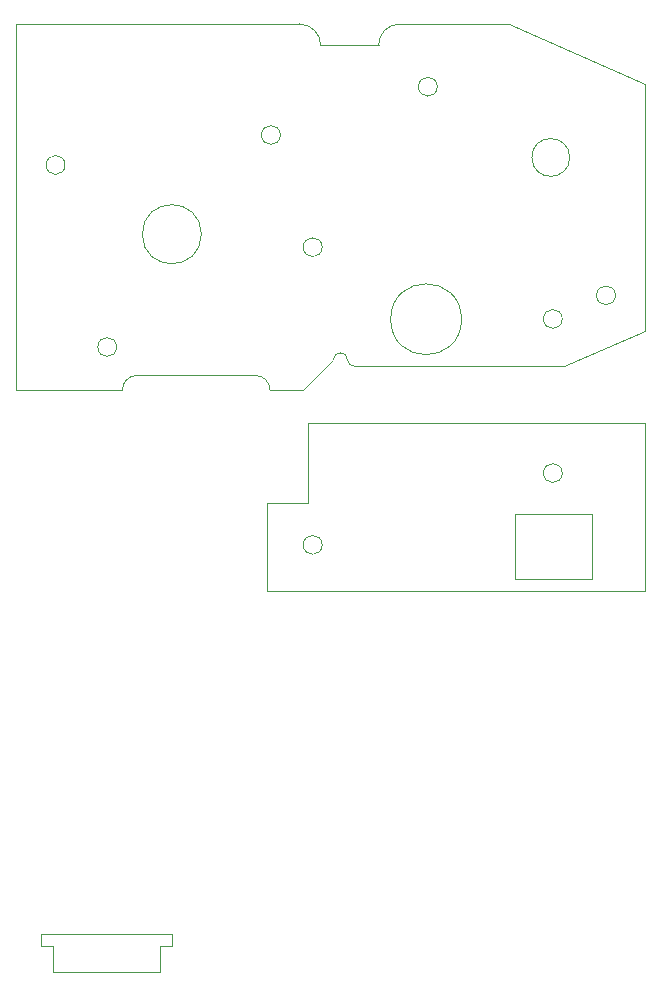
<source format=gbr>
%TF.GenerationSoftware,KiCad,Pcbnew,9.0.3*%
%TF.CreationDate,2025-09-15T23:10:18+03:00*%
%TF.ProjectId,Right,52696768-742e-46b6-9963-61645f706362,rev?*%
%TF.SameCoordinates,Original*%
%TF.FileFunction,Other,User*%
%FSLAX46Y46*%
G04 Gerber Fmt 4.6, Leading zero omitted, Abs format (unit mm)*
G04 Created by KiCad (PCBNEW 9.0.3) date 2025-09-15 23:10:18*
%MOMM*%
%LPD*%
G01*
G04 APERTURE LIST*
%ADD10C,0.050000*%
%ADD11C,0.100000*%
G04 APERTURE END LIST*
D10*
X146030000Y-124975000D02*
G75*
G02*
X144430000Y-124975000I-800000J0D01*
G01*
X144430000Y-124975000D02*
G75*
G02*
X146030000Y-124975000I800000J0D01*
G01*
X153000000Y-148000000D02*
X153000000Y-133790000D01*
X126650000Y-128440000D02*
X124090000Y-131000000D01*
X146180000Y-128960000D02*
X128360600Y-128959376D01*
X125700000Y-144100000D02*
G75*
G02*
X124100000Y-144100000I-800000J0D01*
G01*
X124100000Y-144100000D02*
G75*
G02*
X125700000Y-144100000I800000J0D01*
G01*
X146650000Y-111300000D02*
G75*
G02*
X143450000Y-111300000I-1600000J0D01*
G01*
X143450000Y-111300000D02*
G75*
G02*
X146650000Y-111300000I1600000J0D01*
G01*
X99780000Y-131000000D02*
X99780000Y-100000000D01*
X137500000Y-125000000D02*
G75*
G02*
X131500000Y-125000000I-3000000J0D01*
G01*
X131500000Y-125000000D02*
G75*
G02*
X137500000Y-125000000I3000000J0D01*
G01*
X110030000Y-129749960D02*
X120030000Y-129749960D01*
X153000000Y-133790000D02*
X124500000Y-133790000D01*
X108300000Y-127350000D02*
G75*
G02*
X106700000Y-127350000I-800000J0D01*
G01*
X106700000Y-127350000D02*
G75*
G02*
X108300000Y-127350000I800000J0D01*
G01*
X128360624Y-128959376D02*
G75*
G02*
X127850624Y-128449376I-24J509976D01*
G01*
X124500000Y-133790000D02*
X124500000Y-140530000D01*
D11*
X112980000Y-177070000D02*
X101900000Y-177070000D01*
X102900000Y-180240000D02*
X111980000Y-180240000D01*
D10*
X146030000Y-138025000D02*
G75*
G02*
X144430000Y-138025000I-800000J0D01*
G01*
X144430000Y-138025000D02*
G75*
G02*
X146030000Y-138025000I800000J0D01*
G01*
X135450000Y-105310000D02*
G75*
G02*
X133850000Y-105310000I-800000J0D01*
G01*
X133850000Y-105310000D02*
G75*
G02*
X135450000Y-105310000I800000J0D01*
G01*
D11*
X101900000Y-178070000D02*
X102900000Y-178070000D01*
D10*
X120030000Y-129750000D02*
G75*
G02*
X121280000Y-131000000I0J-1250000D01*
G01*
D11*
X102900000Y-178070000D02*
X102900000Y-180240000D01*
D10*
X103930000Y-111937000D02*
G75*
G02*
X102330000Y-111937000I-800000J0D01*
G01*
X102330000Y-111937000D02*
G75*
G02*
X103930000Y-111937000I800000J0D01*
G01*
X123770000Y-100000000D02*
G75*
G02*
X125570000Y-101800000I0J-1800000D01*
G01*
X121000000Y-140530000D02*
X121000000Y-148000000D01*
X125700000Y-118900000D02*
G75*
G02*
X124100000Y-118900000I-800000J0D01*
G01*
X124100000Y-118900000D02*
G75*
G02*
X125700000Y-118900000I800000J0D01*
G01*
X124500000Y-140530000D02*
X121000000Y-140530000D01*
X108779963Y-130999997D02*
G75*
G02*
X110030000Y-129749963I1250037J-3D01*
G01*
X126650000Y-128440000D02*
G75*
G02*
X127850000Y-128440000I600000J0D01*
G01*
X130470000Y-101800000D02*
G75*
G02*
X132270000Y-100000000I1800000J0D01*
G01*
X99780000Y-100000000D02*
X123770000Y-100000000D01*
X132270000Y-100000000D02*
X141480000Y-100000000D01*
X108779964Y-130999997D02*
X99780000Y-131000000D01*
X115470000Y-117800000D02*
G75*
G02*
X110470000Y-117800000I-2500000J0D01*
G01*
X110470000Y-117800000D02*
G75*
G02*
X115470000Y-117800000I2500000J0D01*
G01*
D11*
X111980000Y-180240000D02*
X111980000Y-178070000D01*
X111980000Y-178070000D02*
X112980000Y-178070000D01*
D10*
X130470000Y-101800000D02*
X125570000Y-101800000D01*
D11*
X101900000Y-177070000D02*
X101900000Y-178070000D01*
D10*
X146180000Y-128960000D02*
X153000000Y-126000000D01*
X142030000Y-141480000D02*
X148530000Y-141480000D01*
X148530000Y-146980000D01*
X142030000Y-146980000D01*
X142030000Y-141480000D01*
X141480000Y-100000000D02*
X153000000Y-105110000D01*
X121280000Y-131000000D02*
X124090000Y-131000000D01*
X153000000Y-105110000D02*
X153000000Y-126000000D01*
X150530000Y-122975000D02*
G75*
G02*
X148930000Y-122975000I-800000J0D01*
G01*
X148930000Y-122975000D02*
G75*
G02*
X150530000Y-122975000I800000J0D01*
G01*
X153000000Y-148000000D02*
X121000000Y-148000000D01*
D11*
X112980000Y-178070000D02*
X112980000Y-177070000D01*
D10*
X122160000Y-109400000D02*
G75*
G02*
X120560000Y-109400000I-800000J0D01*
G01*
X120560000Y-109400000D02*
G75*
G02*
X122160000Y-109400000I800000J0D01*
G01*
M02*

</source>
